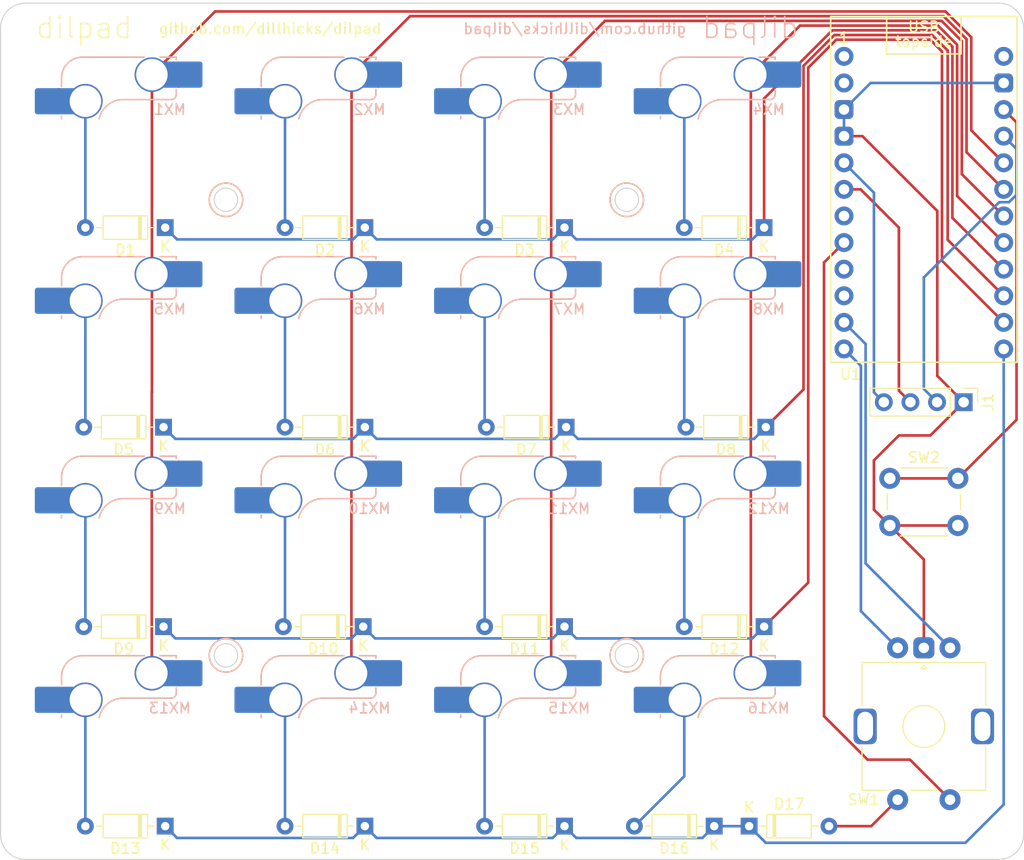
<source format=kicad_pcb>
(kicad_pcb (version 20221018) (generator pcbnew)
  (layers (0 "F.Cu" signal) (31 "B.Cu" signal) (34 "B.Paste" user) (35 "F.Paste" user) (36 "B.SilkS" user "B.Silkscreen") (37 "F.SilkS" user "F.Silkscreen") (38 "B.Mask" user) (39 "F.Mask" user) (44 "Edge.Cuts" user))
  (net 0 "")
  (net 1 "ROW1")
  (net 2 "Net-(D1-A)")
  (net 3 "Net-(D2-A)")
  (net 4 "Net-(D3-A)")
  (net 5 "Net-(D4-A)")
  (net 6 "ROW2")
  (net 7 "Net-(D5-A)")
  (net 8 "Net-(D6-A)")
  (net 9 "Net-(D7-A)")
  (net 10 "Net-(D8-A)")
  (net 11 "ROW3")
  (net 12 "Net-(D9-A)")
  (net 13 "Net-(D10-A)")
  (net 14 "Net-(D11-A)")
  (net 15 "Net-(D12-A)")
  (net 16 "ROW4")
  (net 17 "Net-(D13-A)")
  (net 18 "Net-(D14-A)")
  (net 19 "Net-(D15-A)")
  (net 20 "Net-(D16-A)")
  (net 21 "Net-(D17-A)")
  (net 22 "GND")
  (net 23 "VCC")
  (net 24 "SCL")
  (net 25 "SDA")
  (net 26 "COL1")
  (net 27 "COL2")
  (net 28 "COL3")
  (net 29 "COL4")
  (net 30 "ROT_A")
  (net 31 "ROT_B")
  (net 32 "COL5")
  (net 39 "RST")
  (footprint "Diode_THT:D_DO-35_SOD27_P7.62mm_Horizontal" (layer "F.Cu") (at 163.5125 126.20625 180)
    (fp_text reference "D8")
    (fp_text value "1N4148")
  )
  (footprint "Diode_THT:D_DO-35_SOD27_P7.62mm_Horizontal" (layer "F.Cu") (at 144.30375 145.25625 180)
    (fp_text reference "D11")
    (fp_text value "1N4148")
  )
  (footprint "Button_Switch_THT:SW_PUSH_6mm_H8mm" (layer "F.Cu") (at 175.34375 131.1)
    (fp_text reference "SW2")
    (fp_text value "SW_Push")
  )
  (footprint "PCM_marbastlib-xp-promicroish:ProMicro_USBup" (layer "F.Cu") (at 178.59375 104.775)
    (fp_text reference "U1")
    (fp_text value "ProMicro")
  )
  (footprint "Diode_THT:D_DO-35_SOD27_P7.62mm_Horizontal" (layer "F.Cu") (at 125.095 145.25625 180)
    (fp_text reference "D10")
    (fp_text value "1N4148")
  )
  (footprint "Diode_THT:D_DO-35_SOD27_P7.62mm_Horizontal" (layer "F.Cu") (at 106.20375 107.15625 180)
    (fp_text reference "D1")
    (fp_text value "1N4148")
  )
  (footprint "PCM_marbastlib-various:ROT_Alps_EC11E-Switch" (layer "F.Cu") (at 178.59375 154.78125 180)
    (fp_text reference "SW1")
    (fp_text value "RotaryEncoder_Switch")
  )
  (footprint "Diode_THT:D_DO-35_SOD27_P7.62mm_Horizontal" (layer "F.Cu") (at 163.35375 107.15625 180)
    (fp_text reference "D4")
    (fp_text value "1N4148")
  )
  (footprint "Diode_THT:D_DO-35_SOD27_P7.62mm_Horizontal" (layer "F.Cu") (at 106.045 126.20625 180)
    (fp_text reference "D5")
    (fp_text value "1N4148")
  )
  (footprint "Diode_THT:D_DO-35_SOD27_P7.62mm_Horizontal" (layer "F.Cu") (at 161.925 164.30625)
    (fp_text reference "D17")
    (fp_text value "1N4148")
  )
  (footprint "Diode_THT:D_DO-35_SOD27_P7.62mm_Horizontal" (layer "F.Cu") (at 125.25375 107.15625 180)
    (fp_text reference "D2")
    (fp_text value "1N4148")
  )
  (footprint "Diode_THT:D_DO-35_SOD27_P7.62mm_Horizontal" (layer "F.Cu") (at 163.35375 145.25625 180)
    (fp_text reference "D12")
    (fp_text value "1N4148")
  )
  (footprint "Connector_PinHeader_2.54mm:PinHeader_1x04_P2.54mm_Vertical" (layer "F.Cu") (at 182.39375 123.825 -90)
    (fp_text reference "J1")
    (fp_text value "Conn_01x04_Socket")
  )
  (footprint "Diode_THT:D_DO-35_SOD27_P7.62mm_Horizontal" (layer "F.Cu") (at 125.25375 126.20625 180)
    (fp_text reference "D6")
    (fp_text value "1N4148")
  )
  (footprint "Diode_THT:D_DO-35_SOD27_P7.62mm_Horizontal" (layer "F.Cu") (at 144.30375 107.15625 180)
    (fp_text reference "D3")
    (fp_text value "1N4148")
  )
  (footprint "Diode_THT:D_DO-35_SOD27_P7.62mm_Horizontal" (layer "F.Cu") (at 158.59125 164.30625 180)
    (fp_text reference "D16")
    (fp_text value "1N4148")
  )
  (footprint "Diode_THT:D_DO-35_SOD27_P7.62mm_Horizontal" (layer "F.Cu") (at 144.30375 164.30625 180)
    (fp_text reference "D15")
    (fp_text value "1N4148")
  )
  (footprint "Diode_THT:D_DO-35_SOD27_P7.62mm_Horizontal" (layer "F.Cu") (at 106.20375 164.30625 180)
    (fp_text reference "D13")
    (fp_text value "1N4148")
  )
  (footprint "Diode_THT:D_DO-35_SOD27_P7.62mm_Horizontal" (layer "F.Cu") (at 144.4625 126.20625 180)
    (fp_text reference "D7")
    (fp_text value "1N4148")
  )
  (footprint "Diode_THT:D_DO-35_SOD27_P7.62mm_Horizontal" (layer "F.Cu") (at 125.25375 164.30625 180)
    (fp_text reference "D14")
    (fp_text value "1N4148")
  )
  (footprint "Diode_THT:D_DO-35_SOD27_P7.62mm_Horizontal" (layer "F.Cu") (at 106.045 145.25625 180)
    (fp_text reference "D9")
    (fp_text value "1N4148")
  )
  (footprint "PCM_marbastlib-mx:SW_MX_HS_1u" (layer "B.Cu") (at 121.44375 97.63125 180)
    (fp_text reference "MX2")
    (fp_text value "MX_SW_HS")
  )
  (footprint "PCM_marbastlib-mx:SW_MX_HS_1u" (layer "B.Cu") (at 159.54375 154.78125 180)
    (fp_text reference "MX16")
    (fp_text value "MX_SW_HS")
  )
  (footprint "PCM_marbastlib-mx:SW_MX_HS_1u" (layer "B.Cu") (at 102.39375 135.73125 180)
    (fp_text reference "MX9")
    (fp_text value "MX_SW_HS")
  )
  (footprint "PCM_marbastlib-mx:SW_MX_HS_1u" (layer "B.Cu") (at 102.39375 116.68125 180)
    (fp_text reference "MX5")
    (fp_text value "MX_SW_HS")
  )
  (footprint "PCM_marbastlib-mx:SW_MX_HS_1u" (layer "B.Cu") (at 102.39375 154.78125 180)
    (fp_text reference "MX13")
    (fp_text value "MX_SW_HS")
  )
  (footprint "PCM_marbastlib-mx:SW_MX_HS_1u" (layer "B.Cu") (at 121.44375 154.78125 180)
    (fp_text reference "MX14")
    (fp_text value "MX_SW_HS")
  )
  (footprint "PCM_marbastlib-mx:SW_MX_HS_1u" (layer "B.Cu") (at 140.49375 97.63125 180)
    (fp_text reference "MX3")
    (fp_text value "MX_SW_HS")
  )
  (footprint "PCM_marbastlib-mx:SW_MX_HS_1u" (layer "B.Cu") (at 140.49375 116.68125 180)
    (fp_text reference "MX7")
    (fp_text value "MX_SW_HS")
  )
  (footprint "PCM_marbastlib-mx:SW_MX_HS_1u" (layer "B.Cu") (at 121.44375 135.73125 180)
    (fp_text reference "MX10")
    (fp_text value "MX_SW_HS")
  )
  (footprint "PCM_marbastlib-mx:SW_MX_HS_1u" (layer "B.Cu") (at 140.49375 154.78125 180)
    (fp_text reference "MX15")
    (fp_text value "MX_SW_HS")
  )
  (footprint "PCM_marbastlib-mx:SW_MX_HS_1u" (layer "B.Cu") (at 102.39375 97.63125 180)
    (fp_text reference "MX1")
    (fp_text value "MX_SW_HS")
  )
  (footprint "PCM_marbastlib-mx:SW_MX_HS_1u" (layer "B.Cu") (at 159.54375 116.68125 180)
    (fp_text reference "MX8")
    (fp_text value "MX_SW_HS")
  )
  (footprint "PCM_marbastlib-mx:SW_MX_HS_1u" (layer "B.Cu") (at 159.54375 135.73125 180)
    (fp_text reference "MX12")
    (fp_text value "MX_SW_HS")
  )
  (footprint "PCM_marbastlib-mx:SW_MX_HS_1u" (layer "B.Cu") (at 121.44375 116.68125 180)
    (fp_text reference "MX6")
    (fp_text value "MX_SW_HS")
  )
  (footprint "PCM_marbastlib-mx:SW_MX_HS_1u" (layer "B.Cu") (at 140.49375 135.73125 180)
    (fp_text reference "MX11")
    (fp_text value "MX_SW_HS")
  )
  (footprint "PCM_marbastlib-mx:SW_MX_HS_1u" (layer "B.Cu") (at 159.54375 97.63125 180)
    (fp_text reference "MX4")
    (fp_text value "MX_SW_HS")
  )
  (gr_circle (center 150.25 104.5) (end 151.25 105.75) (stroke (width 0.15)) (fill none) (layer "B.SilkS"))
  (gr_circle (center 150.25 148) (end 151.5 149) (stroke (width 0.15)) (fill none) (layer "B.SilkS"))
  (gr_circle (center 112 148) (end 113 149.25) (stroke (width 0.15)) (fill none) (layer "B.SilkS"))
  (gr_circle (center 112 104.5) (end 113.25 105.5) (stroke (width 0.15)) (fill none) (layer "B.SilkS"))
  (gr_circle (center 112 104.5) (end 113.5 105) (stroke (width 0.15)) (fill none) (layer "F.SilkS"))
  (gr_circle (center 150.25 104.5) (end 151.5 105.5) (stroke (width 0.15)) (fill none) (layer "F.SilkS"))
  (gr_circle (center 112 148) (end 113.5 148.5) (stroke (width 0.15)) (fill none) (layer "F.SilkS"))
  (gr_circle (center 150.25 148) (end 151.75 148.5) (stroke (width 0.15)) (fill none) (layer "F.SilkS"))
  (gr_arc (start 185.7375 85.725) (mid 187.421298 86.422452) (end 188.11875 88.10625) (stroke (width 0.1)) (layer "Edge.Cuts"))
  (gr_line (start 185.7375 167.48125) (end 92.86875 167.48125) (stroke (width 0.1)) (layer "Edge.Cuts"))
  (gr_arc (start 188.11875 165.1) (mid 187.421298 166.783798) (end 185.7375 167.48125) (stroke (width 0.1)) (layer "Edge.Cuts"))
  (gr_line (start 92.86875 85.725) (end 185.7375 85.725) (stroke (width 0.1)) (layer "Edge.Cuts"))
  (gr_circle (center 150.25 104.5) (end 151.25 105) (stroke (width 0.1)) (fill none) (layer "Edge.Cuts"))
  (gr_circle (center 150.25 148) (end 151.25 147.5) (stroke (width 0.1)) (fill none) (layer "Edge.Cuts"))
  (gr_arc (start 90.4875 88.10625) (mid 91.184952 86.422452) (end 92.86875 85.725) (stroke (width 0.1)) (layer "Edge.Cuts"))
  (gr_circle (center 112 104.5) (end 112.5 103.5) (stroke (width 0.1)) (fill none) (layer "Edge.Cuts"))
  (gr_circle (center 112 148) (end 112.5 149) (stroke (width 0.1)) (fill none) (layer "Edge.Cuts"))
  (gr_arc (start 92.86875 167.48125) (mid 91.184952 166.783798) (end 90.4875 165.1) (stroke (width 0.1)) (layer "Edge.Cuts"))
  (gr_line (start 90.4875 165.1) (end 90.4875 88.10625) (stroke (width 0.1)) (layer "Edge.Cuts"))
  (gr_line (start 188.11875 88.10625) (end 188.11875 165.1) (stroke (width 0.1)) (layer "Edge.Cuts"))
  (gr_text "github.com/dillhicks/dilpad" (at 156 88.75) (layer "B.SilkS") (effects (font (size 1 1)) (justify left bottom mirror)))
  (gr_text "dilpad" (at 166.75 89.25) (layer "B.SilkS") (effects (font (size 2 2)) (justify left bottom mirror)))
  (gr_text "dilpad" (at 93.75 89.25) (layer "F.SilkS") (effects (font (size 2 2)) (justify left bottom)))
  (gr_text "github.com/dillhicks/dilpad" (at 105.5 88.75) (layer "F.SilkS") (effects (font (size 1 1)) (justify left bottom)))
  (segment (start 163.35375 94.8275) (end 169.8625 88.31875) (width 0.25) (layer "F.Cu") (net 1))
  (segment (start 163.35375 107.15625) (end 163.35375 94.8275) (width 0.25) (layer "F.Cu") (net 1))
  (segment (start 179.757354 88.31875) (end 181.31875 89.880146) (width 0.25) (layer "F.Cu") (net 1))
  (segment (start 181.31875 89.880146) (end 181.31875 106.23) (width 0.25) (layer "F.Cu") (net 1))
  (segment (start 181.31875 106.23) (end 186.21375 111.125) (width 0.25) (layer "F.Cu") (net 1))
  (segment (start 169.8625 88.31875) (end 179.757354 88.31875) (width 0.25) (layer "F.Cu") (net 1))
  (segment (start 145.42875 108.28125) (end 162.22875 108.28125) (width 0.25) (layer "B.Cu") (net 1))
  (segment (start 106.20375 107.15625) (end 107.32875 108.28125) (width 0.25) (layer "B.Cu") (net 1))
  (segment (start 162.22875 108.28125) (end 163.35375 107.15625) (width 0.25) (layer "B.Cu") (net 1))
  (segment (start 124.12875 108.28125) (end 125.25375 107.15625) (width 0.25) (layer "B.Cu") (net 1))
  (segment (start 125.25375 107.15625) (end 126.37875 108.28125) (width 0.25) (layer "B.Cu") (net 1))
  (segment (start 107.32875 108.28125) (end 124.12875 108.28125) (width 0.25) (layer "B.Cu") (net 1))
  (segment (start 144.30375 107.15625) (end 145.42875 108.28125) (width 0.25) (layer "B.Cu") (net 1))
  (segment (start 126.37875 108.28125) (end 143.17875 108.28125) (width 0.25) (layer "B.Cu") (net 1))
  (segment (start 143.17875 108.28125) (end 144.30375 107.15625) (width 0.25) (layer "B.Cu") (net 1))
  (segment (start 98.58375 95.09125) (end 98.58375 107.15625) (width 0.25) (layer "B.Cu") (net 2))
  (segment (start 117.63375 95.09125) (end 117.63375 107.15625) (width 0.25) (layer "B.Cu") (net 3))
  (segment (start 136.68375 95.09125) (end 136.68375 107.15625) (width 0.25) (layer "B.Cu") (net 4))
  (segment (start 155.73375 95.09125) (end 155.73375 107.15625) (width 0.25) (layer "B.Cu") (net 5))
  (segment (start 180.86875 90.25) (end 180.86875 108.32) (width 0.25) (layer "F.Cu") (net 6))
  (segment (start 167.111948 91.705698) (end 170.048896 88.76875) (width 0.25) (layer "F.Cu") (net 6))
  (segment (start 170.048896 88.76875) (end 179.3875 88.76875) (width 0.25) (layer "F.Cu") (net 6))
  (segment (start 167.111948 122.606802) (end 167.111948 91.705698) (width 0.25) (layer "F.Cu") (net 6))
  (segment (start 180.86875 108.32) (end 186.21375 113.665) (width 0.25) (layer "F.Cu") (net 6))
  (segment (start 179.3875 88.76875) (end 180.86875 90.25) (width 0.25) (layer "F.Cu") (net 6))
  (segment (start 163.5125 126.20625) (end 167.111948 122.606802) (width 0.25) (layer "F.Cu") (net 6))
  (segment (start 143.3375 127.33125) (end 144.4625 126.20625) (width 0.25) (layer "B.Cu") (net 6))
  (segment (start 124.12875 127.33125) (end 125.25375 126.20625) (width 0.25) (layer "B.Cu") (net 6))
  (segment (start 126.37875 127.33125) (end 143.3375 127.33125) (width 0.25) (layer "B.Cu") (net 6))
  (segment (start 144.4625 126.20625) (end 145.5875 127.33125) (width 0.25) (layer "B.Cu") (net 6))
  (segment (start 106.045 126.20625) (end 107.17 127.33125) (width 0.25) (layer "B.Cu") (net 6))
  (segment (start 162.3875 127.33125) (end 163.5125 126.20625) (width 0.25) (layer "B.Cu") (net 6))
  (segment (start 145.5875 127.33125) (end 162.3875 127.33125) (width 0.25) (layer "B.Cu") (net 6))
  (segment (start 125.25375 126.20625) (end 126.37875 127.33125) (width 0.25) (layer "B.Cu") (net 6))
  (segment (start 107.17 127.33125) (end 124.12875 127.33125) (width 0.25) (layer "B.Cu") (net 6))
  (segment (start 98.58375 126.0475) (end 98.425 126.20625) (width 0.25) (layer "B.Cu") (net 7))
  (segment (start 98.58375 114.14125) (end 98.58375 126.0475) (width 0.25) (layer "B.Cu") (net 7))
  (segment (start 117.63375 114.14125) (end 117.63375 126.20625) (width 0.25) (layer "B.Cu") (net 8))
  (segment (start 136.68375 114.14125) (end 136.68375 126.0475) (width 0.25) (layer "B.Cu") (net 9))
  (segment (start 136.68375 126.0475) (end 136.8425 126.20625) (width 0.25) (layer "B.Cu") (net 9))
  (segment (start 155.73375 126.0475) (end 155.8925 126.20625) (width 0.25) (layer "B.Cu") (net 10))
  (segment (start 155.73375 114.14125) (end 155.73375 126.0475) (width 0.25) (layer "B.Cu") (net 10))
  (segment (start 170.235292 89.21875) (end 179.201104 89.21875) (width 0.25) (layer "F.Cu") (net 11))
  (segment (start 167.561948 141.048052) (end 167.561948 91.892094) (width 0.25) (layer "F.Cu") (net 11))
  (segment (start 163.35375 145.25625) (end 167.561948 141.048052) (width 0.25) (layer "F.Cu") (net 11))
  (segment (start 180.325552 110.316802) (end 186.21375 116.205) (width 0.25) (layer "F.Cu") (net 11))
  (segment (start 179.201104 89.21875) (end 180.325552 90.343198) (width 0.25) (layer "F.Cu") (net 11))
  (segment (start 167.561948 91.892094) (end 170.235292 89.21875) (width 0.25) (layer "F.Cu") (net 11))
  (segment (start 180.325552 90.343198) (end 180.325552 110.316802) (width 0.25) (layer "F.Cu") (net 11))
  (segment (start 126.22 146.38125) (end 143.17875 146.38125) (width 0.25) (layer "B.Cu") (net 11))
  (segment (start 145.42875 146.38125) (end 162.22875 146.38125) (width 0.25) (layer "B.Cu") (net 11))
  (segment (start 125.095 145.25625) (end 126.22 146.38125) (width 0.25) (layer "B.Cu") (net 11))
  (segment (start 107.17 146.38125) (end 123.97 146.38125) (width 0.25) (layer "B.Cu") (net 11))
  (segment (start 106.045 145.25625) (end 107.17 146.38125) (width 0.25) (layer "B.Cu") (net 11))
  (segment (start 143.17875 146.38125) (end 144.30375 145.25625) (width 0.25) (layer "B.Cu") (net 11))
  (segment (start 123.97 146.38125) (end 125.095 145.25625) (width 0.25) (layer "B.Cu") (net 11))
  (segment (start 144.30375 145.25625) (end 145.42875 146.38125) (width 0.25) (layer "B.Cu") (net 11))
  (segment (start 162.22875 146.38125) (end 163.35375 145.25625) (width 0.25) (layer "B.Cu") (net 11))
  (segment (start 98.58375 145.0975) (end 98.425 145.25625) (width 0.25) (layer "B.Cu") (net 12))
  (segment (start 98.58375 133.19125) (end 98.58375 145.0975) (width 0.25) (layer "B.Cu") (net 12))
  (segment (start 117.63375 145.0975) (end 117.475 145.25625) (width 0.25) (layer "B.Cu") (net 13))
  (segment (start 117.63375 133.19125) (end 117.63375 145.0975) (width 0.25) (layer "B.Cu") (net 13))
  (segment (start 136.68375 133.19125) (end 136.68375 145.25625) (width 0.25) (layer "B.Cu") (net 14))
  (segment (start 155.73375 133.19125) (end 155.73375 145.25625) (width 0.25) (layer "B.Cu") (net 15))
  (segment (start 186.53125 119.0625) (end 186.21375 118.745) (width 0.25) (layer "F.Cu") (net 16))
  (segment (start 182.5625 165.89375) (end 186.21375 162.2425) (width 0.25) (layer "B.Cu") (net 16))
  (segment (start 163.5125 165.89375) (end 182.5625 165.89375) (width 0.25) (layer "B.Cu") (net 16))
  (segment (start 161.925 164.30625) (end 163.5125 165.89375) (width 0.25) (layer "B.Cu") (net 16))
  (segment (start 157.46625 165.43125) (end 158.59125 164.30625) (width 0.25) (layer "B.Cu") (net 16))
  (segment (start 106.20375 164.30625) (end 107.32875 165.43125) (width 0.25) (layer "B.Cu") (net 16))
  (segment (start 124.12875 165.43125) (end 125.25375 164.30625) (width 0.25) (layer "B.Cu") (net 16))
  (segment (start 125.25375 164.30625) (end 126.37875 165.43125) (width 0.25) (layer "B.Cu") (net 16))
  (segment (start 144.30375 164.30625) (end 145.42875 165.43125) (width 0.25) (layer "B.Cu") (net 16))
  (segment (start 126.37875 165.43125) (end 143.17875 165.43125) (width 0.25) (layer "B.Cu") (net 16))
  (segment (start 145.42875 165.43125) (end 157.46625 165.43125) (width 0.25) (layer "B.Cu") (net 16))
  (segment (start 158.59125 164.30625) (end 161.925 164.30625) (width 0.25) (layer "B.Cu") (net 16))
  (segment (start 186.21375 162.2425) (end 186.21375 118.745) (width 0.25) (layer "B.Cu") (net 16))
  (segment (start 143.17875 165.43125) (end 144.30375 164.30625) (width 0.25) (layer "B.Cu") (net 16))
  (segment (start 107.32875 165.43125) (end 124.12875 165.43125) (width 0.25) (layer "B.Cu") (net 16))
  (segment (start 98.58375 152.24125) (end 98.58375 164.30625) (width 0.25) (layer "B.Cu") (net 17))
  (segment (start 117.63375 152.24125) (end 117.63375 164.30625) (width 0.25) (layer "B.Cu") (net 18))
  (segment (start 136.68375 152.24125) (end 136.68375 164.30625) (width 0.25) (layer "B.Cu") (net 19))
  (segment (start 155.73375 152.24125) (end 155.73375 159.54375) (width 0.25) (layer "B.Cu") (net 20))
  (segment (start 155.73375 159.54375) (end 150.97125 164.30625) (width 0.25) (layer "B.Cu") (net 20))
  (segment (start 173.56875 164.30625) (end 169.545 164.30625) (width 0.25) (layer "F.Cu") (net 21))
  (segment (start 176.09375 161.78125) (end 173.56875 164.30625) (width 0.25) (layer "F.Cu") (net 21))
  (segment (start 179.875552 121.306802) (end 179.875552 105.56875) (width 0.25) (layer "F.Cu") (net 22))
  (segment (start 179.21875 127) (end 182.39375 123.825) (width 0.25) (layer "F.Cu") (net 22))
  (segment (start 178.59375 138.85) (end 175.34375 135.6) (width 0.25) (layer "F.Cu") (net 22))
  (segment (start 182.39375 123.825) (end 179.875552 121.306802) (width 0.25) (layer "F.Cu") (net 22))
  (segment (start 173.83125 129.38125) (end 176.2125 127) (width 0.25) (layer "F.Cu") (net 22))
  (segment (start 175.34375 135.6) (end 173.83125 134.0875) (width 0.25) (layer "F.Cu") (net 22))
  (segment (start 175.34375 135.6) (end 181.84375 135.6) (width 0.25) (layer "F.Cu") (net 22))
  (segment (start 172.731802 98.425) (end 170.97375 98.425) (width 0.25) (layer "F.Cu") (net 22))
  (segment (start 173.83125 134.0875) (end 173.83125 129.38125) (width 0.25) (layer "F.Cu") (net 22))
  (segment (start 179.875552 105.56875) (end 172.731802 98.425) (width 0.25) (layer "F.Cu") (net 22))
  (segment (start 181.76875 123.825) (end 182.39375 123.825) (width 0.25) (layer "F.Cu") (net 22))
  (segment (start 178.59375 147.28125) (end 178.59375 138.85) (width 0.25) (layer "F.Cu") (net 22))
  (segment (start 176.2125 127) (end 179.21875 127) (width 0.25) (layer "F.Cu") (net 22))
  (segment (start 186.21375 93.345) (end 173.51375 93.345) (width 0.25) (layer "B.Cu") (net 22))
  (segment (start 173.51375 93.345) (end 170.97375 95.885) (width 0.25) (layer "B.Cu") (net 22))
  (segment (start 170.97375 95.885) (end 170.97375 98.425) (width 0.25) (layer "B.Cu") (net 22))
  (segment (start 178.59375 111.91875) (end 178.59375 122.565) (width 0.25) (layer "B.Cu") (net 23))
  (segment (start 185.7825 104.73) (end 178.59375 111.91875) (width 0.25) (layer "B.Cu") (net 23))
  (segment (start 186.21375 98.425) (end 187.43875 99.65) (width 0.25) (layer "B.Cu") (net 23))
  (segment (start 187.43875 104.012412) (end 186.721162 104.73) (width 0.25) (layer "B.Cu") (net 23))
  (segment (start 178.59375 122.565) (end 179.85375 123.825) (width 0.25) (layer "B.Cu") (net 23))
  (segment (start 187.43875 99.65) (end 187.43875 104.012412) (width 0.25) (layer "B.Cu") (net 23))
  (segment (start 186.721162 104.73) (end 185.7825 104.73) (width 0.25) (layer "B.Cu") (net 23))
  (segment (start 176.2125 107.15625) (end 172.56125 103.505) (width 0.25) (layer "F.Cu") (net 24))
  (segment (start 172.56125 103.505) (end 170.97375 103.505) (width 0.25) (layer "F.Cu") (net 24))
  (segment (start 177.31375 123.825) (end 176.2125 122.72375) (width 0.25) (layer "F.Cu") (net 24))
  (segment (start 176.2125 122.72375) (end 176.2125 107.15625) (width 0.25) (layer "F.Cu") (net 24))
  (segment (start 173.83125 122.8825) (end 173.83125 103.8225) (width 0.25) (layer "B.Cu") (net 25))
  (segment (start 173.83125 103.8225) (end 170.97375 100.965) (width 0.25) (layer "B.Cu") (net 25))
  (segment (start 174.77375 123.825) (end 173.83125 122.8825) (width 0.25) (layer "B.Cu") (net 25))
  (segment (start 104.93375 92.55125) (end 104.93375 111.60125) (width 0.25) (layer "F.Cu") (net 26))
  (segment (start 110.96625 86.51875) (end 180.660292 86.51875) (width 0.25) (layer "F.Cu") (net 26))
  (segment (start 104.93375 92.55125) (end 110.96625 86.51875) (width 0.25) (layer "F.Cu") (net 26))
  (segment (start 104.92 130.665) (end 104.92 149.6875) (width 0.25) (layer "F.Cu") (net 26))
  (segment (start 104.93375 122.845) (end 104.92 122.85875) (width 0.25) (layer "F.Cu") (net 26))
  (segment (start 104.92 149.6875) (end 104.93375 149.70125) (width 0.25) (layer "F.Cu") (net 26))
  (segment (start 180.660292 86.51875) (end 183.11875 88.977208) (width 0.25) (layer "F.Cu") (net 26))
  (segment (start 104.92 122.85875) (end 104.92 130.6375) (width 0.25) (layer "F.Cu") (net 26))
  (segment (start 183.11875 97.87) (end 186.21375 100.965) (width 0.25) (layer "F.Cu") (net 26))
  (segment (start 183.11875 88.977208) (end 183.11875 97.87) (width 0.25) (layer "F.Cu") (net 26))
  (segment (start 104.92 130.6375) (end 104.93375 130.65125) (width 0.25) (layer "F.Cu") (net 26))
  (segment (start 104.93375 130.65125) (end 104.92 130.665) (width 0.25) (layer "F.Cu") (net 26))
  (segment (start 104.93375 111.60125) (end 104.93375 122.845) (width 0.25) (layer "F.Cu") (net 26))
  (segment (start 123.97 149.6875) (end 123.98375 149.70125) (width 0.25) (layer "F.Cu") (net 27))
  (segment (start 129.56625 86.96875) (end 180.473896 86.96875) (width 0.25) (layer "F.Cu") (net 27))
  (segment (start 123.98375 130.65125) (end 123.97 130.665) (width 0.25) (layer "F.Cu") (net 27))
  (segment (start 123.98375 92.55125) (end 123.98375 111.60125) (width 0.25) (layer "F.Cu") (net 27))
  (segment (start 123.98375 111.60125) (end 123.98375 130.65125) (width 0.25) (layer "F.Cu") (net 27))
  (segment (start 123.98375 92.55125) (end 129.56625 86.96875) (width 0.25) (layer "F.Cu") (net 27))
  (segment (start 182.66875 89.163604) (end 182.66875 99.96) (width 0.25) (layer "F.Cu") (net 27))
  (segment (start 182.66875 99.96) (end 186.21375 103.505) (width 0.25) (layer "F.Cu") (net 27))
  (segment (start 123.97 130.665) (end 123.97 149.6875) (width 0.25) (layer "F.Cu") (net 27))
  (segment (start 180.473896 86.96875) (end 182.66875 89.163604) (width 0.25) (layer "F.Cu") (net 27))
  (segment (start 143.03375 111.60125) (end 143.03375 130.65125) (width 0.25) (layer "F.Cu") (net 28))
  (segment (start 182.21875 89.35) (end 182.21875 102.05) (width 0.25) (layer "F.Cu") (net 28))
  (segment (start 143.03375 130.65125) (end 143.03375 149.70125) (width 0.25) (layer "F.Cu") (net 28))
  (segment (start 182.21875 102.05) (end 186.21375 106.045) (width 0.25) (layer "F.Cu") (net 28))
  (segment (start 148.16625 87.41875) (end 180.2875 87.41875) (width 0.25) (layer "F.Cu") (net 28))
  (segment (start 180.2875 87.41875) (end 182.21875 89.35) (width 0.25) (layer "F.Cu") (net 28))
  (segment (start 143.03375 92.55125) (end 143.03375 111.60125) (width 0.25) (layer "F.Cu") (net 28))
  (segment (start 143.03375 92.55125) (end 148.16625 87.41875) (width 0.25) (layer "F.Cu") (net 28))
  (segment (start 162.08375 130.65125) (end 162.08375 149.70125) (width 0.25) (layer "F.Cu") (net 29))
  (segment (start 181.76875 104.14) (end 186.21375 108.585) (width 0.25) (layer "F.Cu") (net 29))
  (segment (start 179.94375 87.86875) (end 181.76875 89.69375) (width 0.25) (layer "F.Cu") (net 29))
  (segment (start 166.76625 87.86875) (end 179.94375 87.86875) (width 0.25) (layer "F.Cu") (net 29))
  (segment (start 181.76875 89.69375) (end 181.76875 104.14) (width 0.25) (layer "F.Cu") (net 29))
  (segment (start 162.08375 92.55125) (end 166.76625 87.86875) (width 0.25) (layer "F.Cu") (net 29))
  (segment (start 162.08375 92.55125) (end 162.08375 111.60125) (width 0.25) (layer "F.Cu") (net 29))
  (segment (start 162.08375 111.60125) (end 162.08375 130.65125) (width 0.25) (layer "F.Cu") (net 29))
  (segment (start 173.0375 139.225) (end 173.0375 118.26875) (width 0.25) (layer "B.Cu") (net 30))
  (segment (start 181.09375 147.28125) (end 173.0375 139.225) (width 0.25) (layer "B.Cu") (net 30))
  (segment (start 173.0375 118.26875) (end 170.97375 116.205) (width 0.25) (layer "B.Cu") (net 30))
  (segment (start 172.5875 120.35875) (end 170.97375 118.745) (width 0.25) (layer "B.Cu") (net 31))
  (segment (start 176.09375 147.28125) (end 172.5875 143.775) (width 0.25) (layer "B.Cu") (net 31))
  (segment (start 172.5875 143.775) (end 172.5875 120.35875) (width 0.25) (layer "B.Cu") (net 31))
  (segment (start 169.06875 110.49) (end 170.97375 108.585) (width 0.25) (layer "F.Cu") (net 32))
  (segment (start 169.06875 153.801) (end 169.06875 110.49) (width 0.25) (layer "F.Cu") (net 32))
  (segment (start 173.224 157.95625) (end 169.06875 153.801) (width 0.25) (layer "F.Cu") (net 32))
  (segment (start 177.26875 157.95625) (end 173.224 157.95625) (width 0.25) (layer "F.Cu") (net 32))
  (segment (start 181.09375 161.78125) (end 177.26875 157.95625) (width 0.25) (layer "F.Cu") (net 32))
  (segment (start 187.43875 97.11) (end 186.21375 95.885) (width 0.25) (layer "F.Cu") (net 39))
  (segment (start 187.43875 125.505) (end 187.43875 97.11) (width 0.25) (layer "F.Cu") (net 39))
  (segment (start 181.84375 131.1) (end 187.43875 125.505) (width 0.25) (layer "F.Cu") (net 39))
  (segment (start 175.34375 131.1) (end 181.84375 131.1) (width 0.25) (layer "F.Cu") (net 39))
)
</source>
